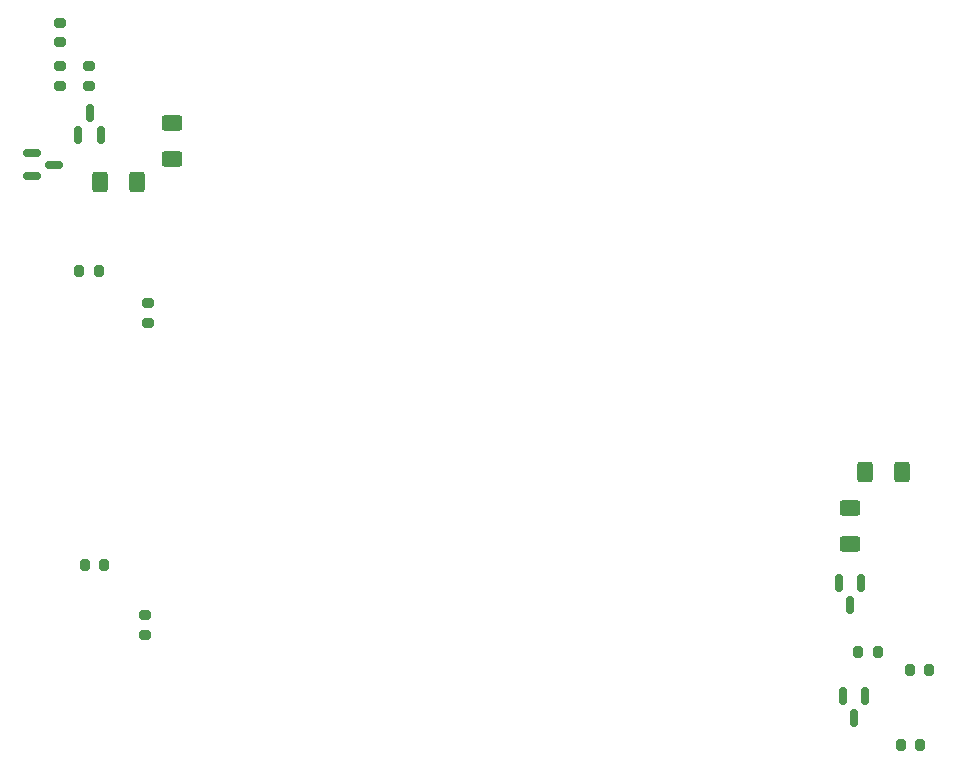
<source format=gbr>
%TF.GenerationSoftware,KiCad,Pcbnew,7.0.9*%
%TF.CreationDate,2023-12-08T23:47:41+01:00*%
%TF.ProjectId,SMPS_V1_power,534d5053-5f56-4315-9f70-6f7765722e6b,rev?*%
%TF.SameCoordinates,Original*%
%TF.FileFunction,Paste,Top*%
%TF.FilePolarity,Positive*%
%FSLAX46Y46*%
G04 Gerber Fmt 4.6, Leading zero omitted, Abs format (unit mm)*
G04 Created by KiCad (PCBNEW 7.0.9) date 2023-12-08 23:47:41*
%MOMM*%
%LPD*%
G01*
G04 APERTURE LIST*
G04 Aperture macros list*
%AMRoundRect*
0 Rectangle with rounded corners*
0 $1 Rounding radius*
0 $2 $3 $4 $5 $6 $7 $8 $9 X,Y pos of 4 corners*
0 Add a 4 corners polygon primitive as box body*
4,1,4,$2,$3,$4,$5,$6,$7,$8,$9,$2,$3,0*
0 Add four circle primitives for the rounded corners*
1,1,$1+$1,$2,$3*
1,1,$1+$1,$4,$5*
1,1,$1+$1,$6,$7*
1,1,$1+$1,$8,$9*
0 Add four rect primitives between the rounded corners*
20,1,$1+$1,$2,$3,$4,$5,0*
20,1,$1+$1,$4,$5,$6,$7,0*
20,1,$1+$1,$6,$7,$8,$9,0*
20,1,$1+$1,$8,$9,$2,$3,0*%
G04 Aperture macros list end*
%ADD10RoundRect,0.250000X-0.625000X0.400000X-0.625000X-0.400000X0.625000X-0.400000X0.625000X0.400000X0*%
%ADD11RoundRect,0.200000X0.200000X0.275000X-0.200000X0.275000X-0.200000X-0.275000X0.200000X-0.275000X0*%
%ADD12RoundRect,0.250000X0.400000X0.625000X-0.400000X0.625000X-0.400000X-0.625000X0.400000X-0.625000X0*%
%ADD13RoundRect,0.150000X-0.150000X0.587500X-0.150000X-0.587500X0.150000X-0.587500X0.150000X0.587500X0*%
%ADD14RoundRect,0.200000X-0.200000X-0.275000X0.200000X-0.275000X0.200000X0.275000X-0.200000X0.275000X0*%
%ADD15RoundRect,0.200000X-0.275000X0.200000X-0.275000X-0.200000X0.275000X-0.200000X0.275000X0.200000X0*%
%ADD16RoundRect,0.150000X-0.587500X-0.150000X0.587500X-0.150000X0.587500X0.150000X-0.587500X0.150000X0*%
%ADD17RoundRect,0.200000X0.275000X-0.200000X0.275000X0.200000X-0.275000X0.200000X-0.275000X-0.200000X0*%
%ADD18RoundRect,0.150000X0.150000X-0.587500X0.150000X0.587500X-0.150000X0.587500X-0.150000X-0.587500X0*%
G04 APERTURE END LIST*
D10*
%TO.C,R5*%
X198000000Y-56450000D03*
X198000000Y-59550000D03*
%TD*%
D11*
%TO.C,R20*%
X257769000Y-101266000D03*
X256119000Y-101266000D03*
%TD*%
D12*
%TO.C,R9*%
X195050000Y-61500000D03*
X191950000Y-61500000D03*
%TD*%
D13*
%TO.C,Q6*%
X256690000Y-104979000D03*
X254790000Y-104979000D03*
X255740000Y-106854000D03*
%TD*%
D14*
%TO.C,R10*%
X190175000Y-69000000D03*
X191825000Y-69000000D03*
%TD*%
D12*
%TO.C,R17*%
X259790000Y-86026000D03*
X256690000Y-86026000D03*
%TD*%
D14*
%TO.C,R11*%
X190650000Y-93900000D03*
X192300000Y-93900000D03*
%TD*%
D15*
%TO.C,R6*%
X188500000Y-51675000D03*
X188500000Y-53325000D03*
%TD*%
D11*
%TO.C,R22*%
X261388000Y-109140000D03*
X259738000Y-109140000D03*
%TD*%
D13*
%TO.C,Q5*%
X256370000Y-95424000D03*
X254470000Y-95424000D03*
X255420000Y-97299000D03*
%TD*%
D10*
%TO.C,R18*%
X255420000Y-89048000D03*
X255420000Y-92148000D03*
%TD*%
D16*
%TO.C,Q1*%
X186125000Y-59050000D03*
X186125000Y-60950000D03*
X188000000Y-60000000D03*
%TD*%
D17*
%TO.C,R12*%
X195984000Y-73389000D03*
X195984000Y-71739000D03*
%TD*%
D14*
%TO.C,R21*%
X260500000Y-102790000D03*
X262150000Y-102790000D03*
%TD*%
D17*
%TO.C,R7*%
X188500000Y-49650000D03*
X188500000Y-48000000D03*
%TD*%
%TO.C,R14*%
X195730000Y-99805000D03*
X195730000Y-98155000D03*
%TD*%
D18*
%TO.C,Q2*%
X190100000Y-57500000D03*
X192000000Y-57500000D03*
X191050000Y-55625000D03*
%TD*%
D15*
%TO.C,R8*%
X191000000Y-51675000D03*
X191000000Y-53325000D03*
%TD*%
M02*

</source>
